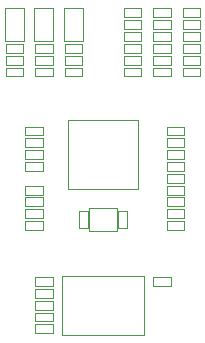
<source format=gbr>
%TF.GenerationSoftware,Altium Limited,Altium Designer,22.1.2 (22)*%
G04 Layer_Color=32768*
%FSLAX26Y26*%
%MOIN*%
%TF.SameCoordinates,654C00B4-3322-4B45-B6E3-0FD47356756A*%
%TF.FilePolarity,Positive*%
%TF.FileFunction,Other,Bottom_Assembly*%
%TF.Part,Single*%
G01*
G75*
%TA.AperFunction,NonConductor*%
%ADD30C,0.001968*%
%ADD49C,0.000394*%
%ADD50C,0.000787*%
D30*
X-116000Y878095D02*
X116000D01*
X-116000Y1110094D02*
X116000D01*
X-116000Y878095D02*
Y1110094D01*
X116000Y878095D02*
Y1110094D01*
D49*
X-137795Y393701D02*
X137795D01*
X-137795Y590551D02*
X137795D01*
X-137795Y393701D02*
Y590551D01*
X137795Y393701D02*
Y590551D01*
X-129921Y1372047D02*
X-66929D01*
X-129921D02*
Y1482284D01*
X-66929Y1372047D02*
Y1482284D01*
X-129921D02*
X-66929D01*
X-265748Y1254921D02*
Y1284449D01*
X-324803Y1254921D02*
X-265748D01*
X-324803Y1284449D02*
X-265748D01*
X-324803Y1254921D02*
Y1284449D01*
X-47244Y816929D02*
X47244D01*
X-47244Y738189D02*
X47244D01*
X-47244D02*
Y816929D01*
X47244Y738189D02*
Y816929D01*
X68898Y1412401D02*
Y1441929D01*
X127953D01*
X68898Y1412401D02*
X127953D01*
Y1441929D01*
X68898Y1333661D02*
Y1363189D01*
X127953D01*
X68898Y1333661D02*
X127953D01*
Y1363189D01*
X-326772Y1372047D02*
X-263780D01*
X-326772D02*
Y1482284D01*
X-263780Y1372047D02*
Y1482284D01*
X-326772D02*
X-263780D01*
X167323Y1333661D02*
Y1363189D01*
X226378D01*
X167323Y1333661D02*
X226378D01*
Y1363189D01*
X-228347Y1372047D02*
X-165354D01*
X-228347D02*
Y1482284D01*
X-165354Y1372047D02*
Y1482284D01*
X-228347D02*
X-165354D01*
X265748Y1333661D02*
Y1363189D01*
X324803D01*
X265748Y1333661D02*
X324803D01*
Y1363189D01*
X271654Y821850D02*
Y851378D01*
X212598Y821850D02*
X271654D01*
X212598Y851378D02*
X271654D01*
X212598Y821850D02*
Y851378D01*
X271654Y900591D02*
Y930118D01*
X212598Y900591D02*
X271654D01*
X212598Y930118D02*
X271654D01*
X212598Y900591D02*
Y930118D01*
Y861220D02*
Y890748D01*
X271654D01*
X212598Y861220D02*
X271654D01*
Y890748D01*
X-259843Y979331D02*
Y1008858D01*
X-200787D01*
X-259843Y979331D02*
X-200787D01*
Y1008858D01*
X271654Y743110D02*
Y772638D01*
X212598Y743110D02*
X271654D01*
X212598Y772638D02*
X271654D01*
X212598Y743110D02*
Y772638D01*
X-200787Y821850D02*
Y851378D01*
X-259843Y821850D02*
X-200787D01*
X-259843Y851378D02*
X-200787D01*
X-259843Y821850D02*
Y851378D01*
X212598Y979331D02*
Y1008858D01*
X271654D01*
X212598Y979331D02*
X271654D01*
Y1008858D01*
X-167323Y516732D02*
Y546260D01*
X-226378Y516732D02*
X-167323D01*
X-226378Y546260D02*
X-167323D01*
X-226378Y516732D02*
Y546260D01*
X212598Y1058071D02*
Y1087598D01*
X271654D01*
X212598Y1058071D02*
X271654D01*
Y1087598D01*
X-259843Y939961D02*
Y969488D01*
X-200787D01*
X-259843Y939961D02*
X-200787D01*
Y969488D01*
X271654Y782480D02*
Y812008D01*
X212598Y782480D02*
X271654D01*
X212598Y812008D02*
X271654D01*
X212598Y782480D02*
Y812008D01*
X271654Y1018701D02*
Y1048228D01*
X212598Y1018701D02*
X271654D01*
X212598Y1048228D02*
X271654D01*
X212598Y1018701D02*
Y1048228D01*
X271654Y939961D02*
Y969488D01*
X212598Y939961D02*
X271654D01*
X212598Y969488D02*
X271654D01*
X212598Y939961D02*
Y969488D01*
X-259843Y861220D02*
Y890748D01*
X-200787D01*
X-259843Y861220D02*
X-200787D01*
Y890748D01*
X-68898Y1254921D02*
Y1284449D01*
X-127953Y1254921D02*
X-68898D01*
X-127953Y1284449D02*
X-68898D01*
X-127953Y1254921D02*
Y1284449D01*
X-226378Y1254921D02*
Y1284449D01*
X-167323D01*
X-226378Y1254921D02*
X-167323D01*
Y1284449D01*
X-226378Y437992D02*
Y467520D01*
X-167323D01*
X-226378Y437992D02*
X-167323D01*
Y467520D01*
X-200787Y1058071D02*
Y1087598D01*
X-259843Y1058071D02*
X-200787D01*
X-259843Y1087598D02*
X-200787D01*
X-259843Y1058071D02*
Y1087598D01*
X127953Y1451772D02*
Y1481299D01*
X68898Y1451772D02*
X127953D01*
X68898Y1481299D02*
X127953D01*
X68898Y1451772D02*
Y1481299D01*
X226378Y1451772D02*
Y1481299D01*
X167323Y1451772D02*
X226378D01*
X167323Y1481299D02*
X226378D01*
X167323Y1451772D02*
Y1481299D01*
X324803Y1451772D02*
Y1481299D01*
X265748Y1451772D02*
X324803D01*
X265748Y1481299D02*
X324803D01*
X265748Y1451772D02*
Y1481299D01*
X265748Y1412402D02*
Y1441929D01*
X324803D01*
X265748Y1412402D02*
X324803D01*
Y1441929D01*
X167323Y1412402D02*
Y1441929D01*
X226378D01*
X167323Y1412402D02*
X226378D01*
Y1441929D01*
D50*
X50197Y807087D02*
X79724D01*
X50197Y748031D02*
X79724D01*
X50197D02*
Y807087D01*
X79724Y748031D02*
Y807087D01*
X-324803Y1294291D02*
Y1323819D01*
X-265748Y1294291D02*
Y1323819D01*
X-324803Y1294291D02*
X-265748D01*
X-324803Y1323819D02*
X-265748D01*
X-226378Y1294291D02*
Y1323819D01*
X-167323Y1294291D02*
Y1323819D01*
X-226378Y1294291D02*
X-167323D01*
X-226378Y1323819D02*
X-167323D01*
X-127953Y1333661D02*
Y1363189D01*
X-68898Y1333661D02*
Y1363189D01*
X-127953Y1333661D02*
X-68898D01*
X-127953Y1363189D02*
X-68898D01*
X-226378Y1333661D02*
Y1363189D01*
X-167323Y1333661D02*
Y1363189D01*
X-226378Y1333661D02*
X-167323D01*
X-226378Y1363189D02*
X-167323D01*
X-127953Y1294291D02*
Y1323819D01*
X-68898Y1294291D02*
Y1323819D01*
X-127953Y1294291D02*
X-68898D01*
X-127953Y1323819D02*
X-68898D01*
X167323Y556102D02*
X226378D01*
X167323Y585630D02*
X226378D01*
X167323Y556102D02*
Y585630D01*
X226378Y556102D02*
Y585630D01*
X-226378D02*
X-167323D01*
X-226378Y556102D02*
X-167323D01*
Y585630D01*
X-226378Y556102D02*
Y585630D01*
Y506890D02*
X-167323D01*
X-226378Y477362D02*
X-167323D01*
Y506890D01*
X-226378Y477362D02*
Y506890D01*
X-324803Y1333661D02*
Y1363189D01*
X-265748Y1333661D02*
Y1363189D01*
X-324803Y1333661D02*
X-265748D01*
X-324803Y1363189D02*
X-265748D01*
X324803Y1373032D02*
Y1402559D01*
X265748Y1373032D02*
Y1402559D01*
X324803D01*
X265748Y1373032D02*
X324803D01*
X265748Y1294291D02*
Y1323819D01*
X324803Y1294291D02*
Y1323819D01*
X265748Y1294291D02*
X324803D01*
X265748Y1323819D02*
X324803D01*
X167323Y1254921D02*
Y1284449D01*
X226378Y1254921D02*
Y1284449D01*
X167323Y1254921D02*
X226378D01*
X167323Y1284449D02*
X226378D01*
X-226378Y398622D02*
Y428150D01*
X-167323Y398622D02*
Y428150D01*
X-226378Y398622D02*
X-167323D01*
X-226378Y428150D02*
X-167323D01*
X-259843Y1018701D02*
Y1048228D01*
X-200787Y1018701D02*
Y1048228D01*
X-259843Y1018701D02*
X-200787D01*
X-259843Y1048228D02*
X-200787D01*
X265748Y1254921D02*
Y1284449D01*
X324803Y1254921D02*
Y1284449D01*
X265748Y1254921D02*
X324803D01*
X265748Y1284449D02*
X324803D01*
X167323Y1294291D02*
Y1323819D01*
X226378Y1294291D02*
Y1323819D01*
X167323Y1294291D02*
X226378D01*
X167323Y1323819D02*
X226378D01*
X-259843Y743110D02*
X-200787D01*
X-259843Y772638D02*
X-200787D01*
X-259843Y743110D02*
Y772638D01*
X-200787Y743110D02*
Y772638D01*
X-259843Y782480D02*
X-200787D01*
X-259843Y812008D02*
X-200787D01*
X-259843Y782480D02*
Y812008D01*
X-200787Y782480D02*
Y812008D01*
X127953Y1373032D02*
Y1402559D01*
X68898Y1373032D02*
Y1402559D01*
X127953D01*
X68898Y1373032D02*
X127953D01*
X226378D02*
Y1402559D01*
X167323Y1373032D02*
Y1402559D01*
X226378D01*
X167323Y1373032D02*
X226378D01*
X68898Y1254921D02*
Y1284449D01*
X127953Y1254921D02*
Y1284449D01*
X68898Y1254921D02*
X127953D01*
X68898Y1284449D02*
X127953D01*
X68898Y1294291D02*
Y1323819D01*
X127953Y1294291D02*
Y1323819D01*
X68898Y1294291D02*
X127953D01*
X68898Y1323819D02*
X127953D01*
X-79724Y748031D02*
X-50197D01*
X-79724Y807087D02*
X-50197D01*
Y748031D02*
Y807087D01*
X-79724Y748031D02*
Y807087D01*
%TF.MD5,50c2c55b89b3bba6a82cfc1ee1b3547b*%
M02*

</source>
